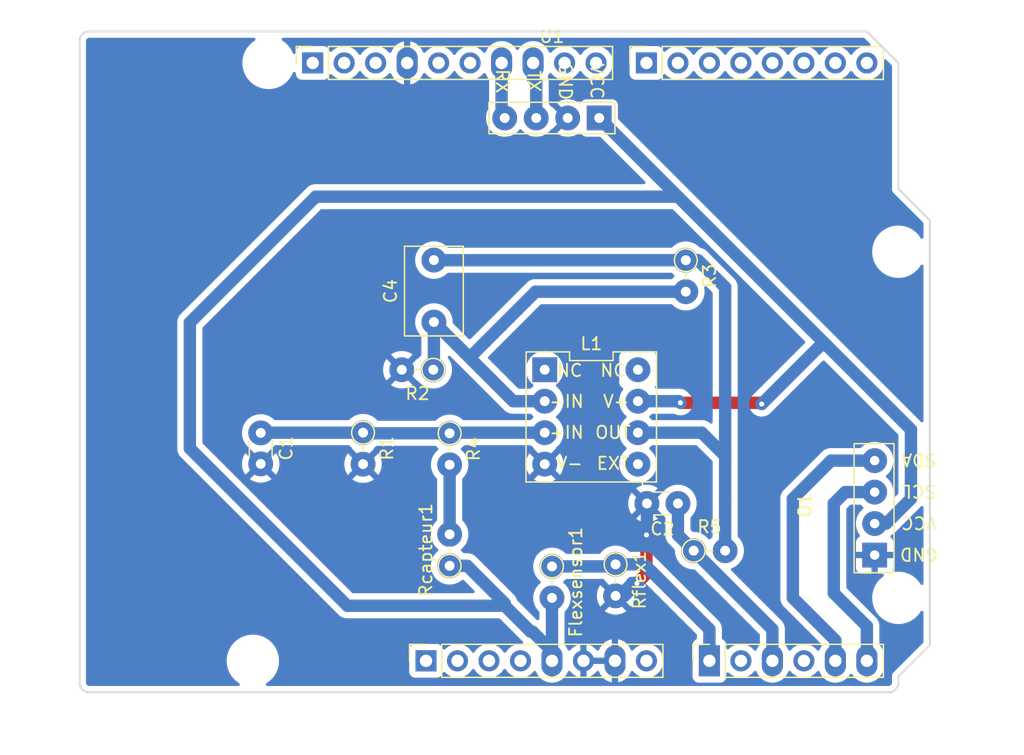
<source format=kicad_pcb>
(kicad_pcb (version 20211014) (generator pcbnew)
  (title_block (date "mar. 31 mars 2015"))
  (layers (0 "F.Cu" signal) (31 "B.Cu" signal) (34 "B.Paste" user) (35 "F.Paste" user) (36 "B.SilkS" user "B.Silkscreen") (37 "F.SilkS" user "F.Silkscreen") (38 "B.Mask" user) (39 "F.Mask" user) (44 "Edge.Cuts" user))
  (net 0 "")
  (net 1 "GND")
  (net 3 "+5V")
  (net 4 "/IOREF")
  (net 5 "/A0")
  (net 6 "/A1")
  (net 7 "/A2")
  (net 8 "/A3")
  (net 9 "/13")
  (net 10 "/12")
  (net 11 "/AREF")
  (net 12 "/8")
  (net 13 "/7")
  (net 14 "RX")
  (net 15 "TX")
  (net 16 "/*9")
  (net 17 "/4")
  (net 18 "/2")
  (net 19 "/*6")
  (net 20 "/*5")
  (net 21 "/TX{slash}1")
  (net 22 "/*3")
  (net 23 "/RX{slash}0")
  (net 24 "+3V3")
  (net 25 "VCC")
  (net 26 "/~{RESET}")
  (net 27 "SDA")
  (net 28 "SCL")
  (net 29 "Net-(C1-Pad1)")
  (net 30 "/A5")
  (net 31 "Net-(C4-Pad1)")
  (net 32 "Net-(C4-Pad2)")
  (net 36 "Net-(R4-Pad2)")
  (net 37 "/A4")
  (footprint "Connector_PinSocket_2.54mm:PinSocket_1x08_P2.54mm_Vertical" (layer "F.Cu") (at 127.94 97.46 90)
    (fp_text reference "J1" hide)
    (fp_text value "Power")
    (fp_line (start -1.33 19.11) (end 1.33 19.11) (layer "F.SilkS") (width 0.12))
    (fp_line (start 1.33 1.27) (end 1.33 19.11) (layer "F.SilkS") (width 0.12))
    (fp_line (start -1.33 1.27) (end 1.33 1.27) (layer "F.SilkS") (width 0.12))
    (fp_line (start 0 -1.33) (end 1.33 -1.33) (layer "F.SilkS") (width 0.12))
    (fp_line (start 1.33 -1.33) (end 1.33 0) (layer "F.SilkS") (width 0.12))
    (fp_line (start -1.33 1.27) (end -1.33 19.11) (layer "F.SilkS") (width 0.12))
    (pad "1" thru_hole rect locked (at 0 0 90) (size 1.7 1.7) (drill 1) (layers *.Cu *.Mask))
    (pad "2" thru_hole oval locked (at 0 2.54 90) (size 1.7 1.7) (drill 1) (layers *.Cu *.Mask) (net 4 "/IOREF"))
    (pad "3" thru_hole oval locked (at 0 5.08 90) (size 1.7 1.7) (drill 1) (layers *.Cu *.Mask) (net 26 "/~{RESET}"))
    (pad "4" thru_hole oval locked (at 0 7.62 90) (size 1.7 1.7) (drill 1) (layers *.Cu *.Mask) (net 24 "+3V3"))
    (pad "5" thru_hole oval locked (at 0 10.16 90) (size 2.5 1.7) (drill 1) (layers *.Cu *.Mask) (net 3 "+5V"))
    (pad "6" thru_hole oval locked (at 0 12.7 90) (size 1.7 1.7) (drill 1) (layers *.Cu *.Mask) (net 1 "GND"))
    (pad "7" thru_hole oval locked (at 0 15.24 90) (size 2.5 1.7) (drill 1) (layers *.Cu *.Mask) (net 1 "GND"))
    (pad "8" thru_hole oval locked (at 0 17.78 90) (size 1.7 1.7) (drill 1) (layers *.Cu *.Mask) (net 25 "VCC"))
  )
  (footprint "Connector_PinSocket_2.54mm:PinSocket_1x06_P2.54mm_Vertical" (layer "F.Cu") (at 150.8 97.46 90)
    (fp_text reference "J3" hide)
    (fp_text value "Analog")
    (fp_line (start 1.33 1.27) (end 1.33 14.03) (layer "F.SilkS") (width 0.12))
    (fp_line (start 0 -1.33) (end 1.33 -1.33) (layer "F.SilkS") (width 0.12))
    (fp_line (start -1.33 1.27) (end 1.33 1.27) (layer "F.SilkS") (width 0.12))
    (fp_line (start -1.33 1.27) (end -1.33 14.03) (layer "F.SilkS") (width 0.12))
    (fp_line (start -1.33 14.03) (end 1.33 14.03) (layer "F.SilkS") (width 0.12))
    (fp_line (start 1.33 -1.33) (end 1.33 0) (layer "F.SilkS") (width 0.12))
    (pad "1" thru_hole rect locked (at 0 0 90) (size 2.5 1.7) (drill 1) (layers *.Cu *.Mask) (net 5 "/A0"))
    (pad "2" thru_hole oval locked (at 0 2.54 90) (size 1.7 1.7) (drill 1) (layers *.Cu *.Mask) (net 6 "/A1"))
    (pad "3" thru_hole oval locked (at 0 5.08 90) (size 2.5 1.7) (drill 1) (layers *.Cu *.Mask) (net 7 "/A2"))
    (pad "4" thru_hole oval locked (at 0 7.62 90) (size 1.7 1.7) (drill 1) (layers *.Cu *.Mask) (net 8 "/A3"))
    (pad "5" thru_hole oval locked (at 0 10.16 90) (size 2.5 1.7) (drill 1) (layers *.Cu *.Mask) (net 27 "SDA"))
    (pad "6" thru_hole oval locked (at 0 12.7 90) (size 2.5 1.7) (drill 1) (layers *.Cu *.Mask) (net 28 "SCL"))
  )
  (footprint "Connector_PinSocket_2.54mm:PinSocket_1x10_P2.54mm_Vertical" (layer "F.Cu") (at 118.796 49.2 90)
    (fp_text reference "J2" hide)
    (fp_text value "Digital/PWM")
    (fp_line (start -1.33 24.19) (end 1.33 24.19) (layer "F.SilkS") (width 0.12))
    (fp_line (start -1.33 1.27) (end -1.33 24.19) (layer "F.SilkS") (width 0.12))
    (fp_line (start 1.33 -1.33) (end 1.33 0) (layer "F.SilkS") (width 0.12))
    (fp_line (start 0 -1.33) (end 1.33 -1.33) (layer "F.SilkS") (width 0.12))
    (fp_line (start 1.33 1.27) (end 1.33 24.19) (layer "F.SilkS") (width 0.12))
    (fp_line (start -1.33 1.27) (end 1.33 1.27) (layer "F.SilkS") (width 0.12))
    (pad "1" thru_hole rect locked (at 0 0 90) (size 1.7 1.7) (drill 1) (layers *.Cu *.Mask) (net 30 "/A5"))
    (pad "2" thru_hole oval locked (at 0 2.54 90) (size 1.7 1.7) (drill 1) (layers *.Cu *.Mask) (net 37 "/A4"))
    (pad "3" thru_hole oval locked (at 0 5.08 90) (size 1.7 1.7) (drill 1) (layers *.Cu *.Mask) (net 11 "/AREF"))
    (pad "4" thru_hole oval locked (at 0 7.62 90) (size 2.5 1.7) (drill 1) (layers *.Cu *.Mask) (net 1 "GND"))
    (pad "5" thru_hole oval locked (at 0 10.16 90) (size 1.7 1.7) (drill 1) (layers *.Cu *.Mask) (net 9 "/13"))
    (pad "6" thru_hole oval locked (at 0 12.7 90) (size 1.7 1.7) (drill 1) (layers *.Cu *.Mask) (net 10 "/12"))
    (pad "7" thru_hole oval locked (at 0 15.24 90) (size 2.5 1.7) (drill 1) (layers *.Cu *.Mask) (net 14 "RX"))
    (pad "8" thru_hole oval locked (at 0 17.78 90) (size 2.5 1.7) (drill 1) (layers *.Cu *.Mask) (net 15 "TX"))
    (pad "9" thru_hole oval locked (at 0 20.32 90) (size 1.7 1.7) (drill 1) (layers *.Cu *.Mask) (net 16 "/*9"))
    (pad "10" thru_hole oval locked (at 0 22.86 90) (size 1.7 1.7) (drill 1) (layers *.Cu *.Mask) (net 12 "/8"))
  )
  (footprint "Connector_PinSocket_2.54mm:PinSocket_1x08_P2.54mm_Vertical" (layer "F.Cu") (at 145.72 49.2 90)
    (fp_text reference "J4" hide)
    (fp_text value "Digital/PWM")
    (fp_line (start -1.33 19.11) (end 1.33 19.11) (layer "F.SilkS") (width 0.12))
    (fp_line (start -1.33 1.27) (end -1.33 19.11) (layer "F.SilkS") (width 0.12))
    (fp_line (start 0 -1.33) (end 1.33 -1.33) (layer "F.SilkS") (width 0.12))
    (fp_line (start -1.33 1.27) (end 1.33 1.27) (layer "F.SilkS") (width 0.12))
    (fp_line (start 1.33 -1.33) (end 1.33 0) (layer "F.SilkS") (width 0.12))
    (fp_line (start 1.33 1.27) (end 1.33 19.11) (layer "F.SilkS") (width 0.12))
    (pad "1" thru_hole rect locked (at 0 0 90) (size 1.7 1.7) (drill 1) (layers *.Cu *.Mask) (net 13 "/7"))
    (pad "2" thru_hole oval locked (at 0 2.54 90) (size 1.7 1.7) (drill 1) (layers *.Cu *.Mask) (net 19 "/*6"))
    (pad "3" thru_hole oval locked (at 0 5.08 90) (size 1.7 1.7) (drill 1) (layers *.Cu *.Mask) (net 20 "/*5"))
    (pad "4" thru_hole oval locked (at 0 7.62 90) (size 1.7 1.7) (drill 1) (layers *.Cu *.Mask) (net 17 "/4"))
    (pad "5" thru_hole oval locked (at 0 10.16 90) (size 1.7 1.7) (drill 1) (layers *.Cu *.Mask) (net 22 "/*3"))
    (pad "6" thru_hole oval locked (at 0 12.7 90) (size 1.7 1.7) (drill 1) (layers *.Cu *.Mask) (net 18 "/2"))
    (pad "7" thru_hole oval locked (at 0 15.24 90) (size 1.7 1.7) (drill 1) (layers *.Cu *.Mask) (net 21 "/TX{slash}1"))
    (pad "8" thru_hole oval locked (at 0 17.78 90) (size 1.7 1.7) (drill 1) (layers *.Cu *.Mask) (net 23 "/RX{slash}0"))
  )
  (footprint "Capacitor_THT:C_Disc_D3.0mm_W1.6mm_P2.50mm" (layer "F.Cu") (at 148.26 84.76 180)
    (fp_text reference "C2" (at 1.25 -2.05) (layer "F.SilkS"))
    (fp_text value "100n")
    (fp_line (start 0.621 0.92) (end 1.879 0.92) (layer "F.SilkS") (width 0.12))
    (fp_line (start 0.621 -0.92) (end 1.879 -0.92) (layer "F.SilkS") (width 0.12))
    (pad "1" thru_hole circle (at 0 0 180) (size 2 2) (drill 0.8) (layers *.Cu *.Mask) (net 7 "/A2"))
    (pad "2" thru_hole circle (at 2.5 0 180) (size 2 2) (drill 0.8) (layers *.Cu *.Mask) (net 1 "GND"))
  )
  (footprint "Resistor_THT:R_Axial_DIN0204_L3.6mm_D1.6mm_P2.54mm_Vertical" (layer "F.Cu") (at 128.525 73.965 180)
    (fp_text reference "R2" (at 1.27 -1.92) (layer "F.SilkS"))
    (fp_text value "1k")
    (fp_line (start 0.92 0) (end 1.54 0) (layer "F.SilkS") (width 0.12))
    (fp_circle (center 0 0) (end 0.92 0) (layer "F.SilkS") (width 0.12) (fill none))
    (pad "1" thru_hole circle (at 0 0 180) (size 2 2) (drill 0.8) (layers *.Cu *.Mask) (net 31 "Net-(C4-Pad1)"))
    (pad "2" thru_hole circle (at 2.54 0 180) (size 2 2) (drill 0.8) (layers *.Cu *.Mask) (net 1 "GND"))
  )
  (footprint "Resistor_THT:R_Axial_DIN0204_L3.6mm_D1.6mm_P2.54mm_Vertical" (layer "F.Cu") (at 129.845 89.79 90)
    (fp_text reference "Rcapteur1" (at 1.27 -1.92 90) (layer "F.SilkS"))
    (fp_text value "R")
    (fp_line (start 0.92 0) (end 1.54 0) (layer "F.SilkS") (width 0.12))
    (fp_circle (center 0 0) (end 0.92 0) (layer "F.SilkS") (width 0.12) (fill none))
    (pad "1" thru_hole circle (at 0 0 90) (size 2 2) (drill 0.8) (layers *.Cu *.Mask) (net 3 "+5V"))
    (pad "2" thru_hole circle (at 2.54 0 90) (size 2 2) (drill 0.8) (layers *.Cu *.Mask) (net 36 "Net-(R4-Pad2)"))
  )
  (footprint "Resistor_THT:R_Axial_DIN0204_L3.6mm_D1.6mm_P2.54mm_Vertical" (layer "F.Cu") (at 129.845 79.095 -90)
    (fp_text reference "R4" (at 1.27 -1.92 90) (layer "F.SilkS"))
    (fp_text value "10k")
    (fp_line (start 0.92 0) (end 1.54 0) (layer "F.SilkS") (width 0.12))
    (fp_circle (center 0 0) (end 0.92 0) (layer "F.SilkS") (width 0.12) (fill none))
    (pad "1" thru_hole circle (at 0 0 270) (size 2 2) (drill 0.8) (layers *.Cu *.Mask) (net 29 "Net-(C1-Pad1)"))
    (pad "2" thru_hole circle (at 2.54 0 270) (size 2 2) (drill 0.8) (layers *.Cu *.Mask) (net 36 "Net-(R4-Pad2)"))
  )
  (footprint "Resistor_THT:R_Axial_DIN0204_L3.6mm_D1.6mm_P2.54mm_Vertical" (layer "F.Cu") (at 149.53 88.57)
    (fp_text reference "R5" (at 1.27 -1.92) (layer "F.SilkS"))
    (fp_text value "1k")
    (fp_line (start 0.92 0) (end 1.54 0) (layer "F.SilkS") (width 0.12))
    (fp_circle (center 0 0) (end 0.92 0) (layer "F.SilkS") (width 0.12) (fill none))
    (pad "1" thru_hole circle (at 0 0) (size 2 2) (drill 0.8) (layers *.Cu *.Mask) (net 7 "/A2"))
    (pad "2" thru_hole circle (at 2.54 0) (size 2 2) (drill 0.8) (layers *.Cu *.Mask) (net 32 "Net-(C4-Pad2)"))
  )
  (footprint "Capacitor_THT:C_Rect_L7.0mm_W4.5mm_P5.00mm" (layer "F.Cu") (at 128.575 70.115 90)
    (fp_text reference "C4" (at 2.5 -3.5 90) (layer "F.SilkS"))
    (fp_text value "1µ")
    (fp_line (start 6.12 -2.37) (end 6.12 2.37) (layer "F.SilkS") (width 0.12))
    (fp_line (start -1.12 2.37) (end 6.12 2.37) (layer "F.SilkS") (width 0.12))
    (fp_line (start -1.12 -2.37) (end 6.12 -2.37) (layer "F.SilkS") (width 0.12))
    (fp_line (start -1.12 -2.37) (end -1.12 2.37) (layer "F.SilkS") (width 0.12))
    (pad "1" thru_hole circle (at 0 0 90) (size 2 2) (drill 0.8) (layers *.Cu *.Mask) (net 31 "Net-(C4-Pad1)"))
    (pad "2" thru_hole circle (at 5 0 90) (size 2 2) (drill 0.8) (layers *.Cu *.Mask) (net 32 "Net-(C4-Pad2)"))
  )
  (footprint "Library:Bluetooth" (layer "F.Cu") (at 138.1 51.105 180)
    (fp_text reference "U1" (at 0 4.04 unlocked) (layer "F.SilkS"))
    (fp_text value "Bluetooth")
    (fp_text user "VCC" (at -3.62 0.43 270 unlocked) (layer "F.SilkS"))
    (fp_text user "RX" (at 4 0.43 270 unlocked) (layer "F.SilkS"))
    (fp_text user "TX" (at 1.46 0.43 270 unlocked) (layer "F.SilkS"))
    (fp_text user "GND" (at -1.08 0.43 270 unlocked) (layer "F.SilkS"))
    (fp_rect (start -5.08 -3.81) (end 5.08 -1.27) (layer "F.SilkS") (width 0.12) (fill none))
    (pad "1" thru_hole rect (at -3.81 -2.54 180) (size 2 2) (drill 0.8) (layers *.Cu *.Mask) (net 3 "+5V"))
    (pad "2" thru_hole circle (at -1.27 -2.54 180) (size 2 2) (drill 0.8) (layers *.Cu *.Mask) (net 1 "GND"))
    (pad "3" thru_hole circle (at 1.27 -2.54 180) (size 2 2) (drill 0.8) (layers *.Cu *.Mask) (net 15 "TX"))
    (pad "4" thru_hole circle (at 3.81 -2.54 180) (size 2 2) (drill 0.8) (layers *.Cu *.Mask) (net 14 "RX"))
  )
  (footprint "Resistor_THT:R_Axial_DIN0204_L3.6mm_D1.6mm_P2.54mm_Vertical" (layer "F.Cu") (at 138.1 89.84 -90)
    (fp_text reference "Flexsensor1" (at 1.27 -1.92 90) (layer "F.SilkS"))
    (fp_text value "R")
    (fp_line (start 0.92 0) (end 1.54 0) (layer "F.SilkS") (width 0.12))
    (fp_circle (center 0 0) (end 0.92 0) (layer "F.SilkS") (width 0.12) (fill none))
    (pad "1" thru_hole circle (at 0 0 270) (size 2 2) (drill 0.8) (layers *.Cu *.Mask) (net 5 "/A0"))
    (pad "2" thru_hole circle (at 2.54 0 270) (size 2 2) (drill 0.8) (layers *.Cu *.Mask) (net 3 "+5V"))
  )
  (footprint "Arduino_MountingHole:MountingHole_3.2mm" (layer "F.Cu") (at 115.24 49.2)
    (fp_text reference "MH1" hide)
    (fp_text value "MountingHole_3.2mm" hide)
    (pad "" np_thru_hole circle locked (at 0 0) (size 3.2 3.2) (drill 3.2) (layers *.Cu *.Mask))
  )
  (footprint "Resistor_THT:R_Axial_DIN0204_L3.6mm_D1.6mm_P2.54mm_Vertical" (layer "F.Cu") (at 143.2308 89.6743 -90)
    (fp_text reference "Rflex1" (at 1.27 -1.92 90) (layer "F.SilkS"))
    (fp_text value "R")
    (fp_line (start 0.92 0) (end 1.54 0) (layer "F.SilkS") (width 0.12))
    (fp_circle (center 0 0) (end 0.92 0) (layer "F.SilkS") (width 0.12) (fill none))
    (pad "1" thru_hole circle (at 0 0 270) (size 2 2) (drill 0.8) (layers *.Cu *.Mask) (net 5 "/A0"))
    (pad "2" thru_hole circle (at 2.54 0 270) (size 2 2) (drill 0.8) (layers *.Cu *.Mask) (net 1 "GND"))
  )
  (footprint "Resistor_THT:R_Axial_DIN0204_L3.6mm_D1.6mm_P2.54mm_Vertical" (layer "F.Cu") (at 148.895 65.125 -90)
    (fp_text reference "R3" (at 1.27 -1.92 90) (layer "F.SilkS"))
    (fp_text value "100k")
    (fp_line (start 0.92 0) (end 1.54 0) (layer "F.SilkS") (width 0.12))
    (fp_circle (center 0 0) (end 0.92 0) (layer "F.SilkS") (width 0.12) (fill none))
    (pad "1" thru_hole circle (at 0 0 270) (size 2 2) (drill 0.8) (layers *.Cu *.Mask) (net 32 "Net-(C4-Pad2)"))
    (pad "2" thru_hole circle (at 2.54 0 270) (size 2 2) (drill 0.8) (layers *.Cu *.Mask) (net 31 "Net-(C4-Pad1)"))
  )
  (footprint "Capacitor_THT:C_Disc_D3.0mm_W1.6mm_P2.50mm" (layer "F.Cu") (at 114.605 79.065 -90)
    (fp_text reference "C1" (at 1.25 -2.05 90) (layer "F.SilkS"))
    (fp_text value "100n")
    (fp_line (start 0.621 -0.92) (end 1.879 -0.92) (layer "F.SilkS") (width 0.12))
    (fp_line (start 0.621 0.92) (end 1.879 0.92) (layer "F.SilkS") (width 0.12))
    (pad "1" thru_hole circle (at 0 0 270) (size 2 2) (drill 0.8) (layers *.Cu *.Mask) (net 29 "Net-(C1-Pad1)"))
    (pad "2" thru_hole circle (at 2.5 0 270) (size 2 2) (drill 0.8) (layers *.Cu *.Mask) (net 1 "GND"))
  )
  (footprint "Library:OLED" (layer "F.Cu") (at 166.119 84.921 90)
    (fp_text reference "O1" (at 0 -7.62 90 unlocked) (layer "F.SilkS"))
    (fp_text value "OLED")
    (fp_text user "GND" (at -3.93 1.58 180 unlocked) (layer "F.SilkS"))
    (fp_text user "VCC" (at -1.39 1.58 180 unlocked) (layer "F.SilkS"))
    (fp_text user "SCL" (at 1.15 1.58 180 unlocked) (layer "F.SilkS"))
    (fp_text user "SDA" (at 3.69 1.58 180 unlocked) (layer "F.SilkS"))
    (fp_rect (start -5.43 -3.65) (end 4.99 -0.43) (layer "F.SilkS") (width 0.12) (fill none))
    (pad "1" thru_hole rect (at -4 -1.99 90) (size 2 2) (drill 0.762) (layers *.Cu *.Mask) (net 1 "GND"))
    (pad "2" thru_hole circle (at -1.46 -1.99 90) (size 2 2) (drill 0.762) (layers *.Cu *.Mask) (net 3 "+5V"))
    (pad "3" thru_hole circle (at 1.08 -1.99 90) (size 2 2) (drill 0.762) (layers *.Cu *.Mask) (net 28 "SCL"))
    (pad "4" thru_hole circle (at 3.62 -1.99 90) (size 2 2) (drill 0.762) (layers *.Cu *.Mask) (net 27 "SDA"))
  )
  (footprint "Resistor_THT:R_Axial_DIN0204_L3.6mm_D1.6mm_P2.54mm_Vertical" (layer "F.Cu") (at 122.86 79.045 -90)
    (fp_text reference "R1" (at 1.27 -1.92 90) (layer "F.SilkS"))
    (fp_text value "100k")
    (fp_line (start 0.92 0) (end 1.54 0) (layer "F.SilkS") (width 0.12))
    (fp_circle (center 0 0) (end 0.92 0) (layer "F.SilkS") (width 0.12) (fill none))
    (pad "1" thru_hole circle (at 0 0 270) (size 2 2) (drill 0.8) (layers *.Cu *.Mask) (net 29 "Net-(C1-Pad1)"))
    (pad "2" thru_hole circle (at 2.54 0 270) (size 2 2) (drill 0.8) (layers *.Cu *.Mask) (net 1 "GND"))
  )
  (footprint "Arduino_MountingHole:MountingHole_3.2mm" (layer "F.Cu") (at 113.97 97.46)
    (fp_text reference "MH2" hide)
    (fp_text value "MountingHole_3.2mm" hide)
    (pad "" np_thru_hole circle locked (at 0 0) (size 3.2 3.2) (drill 3.2) (layers *.Cu *.Mask))
  )
  (footprint "Arduino_MountingHole:MountingHole_3.2mm" (layer "F.Cu") (at 166.04 64.44)
    (fp_text reference "MH3" hide)
    (fp_text value "MountingHole_3.2mm" hide)
    (pad "" np_thru_hole circle locked (at 0 0) (size 3.2 3.2) (drill 3.2) (layers *.Cu *.Mask))
  )
  (footprint "Arduino_MountingHole:MountingHole_3.2mm" (layer "F.Cu") (at 166.04 92.38)
    (fp_text reference "MH4" hide)
    (fp_text value "MountingHole_3.2mm" hide)
    (pad "" np_thru_hole circle locked (at 0 0) (size 3.2 3.2) (drill 3.2) (layers *.Cu *.Mask))
  )
  (footprint "Library:LTC1050" (layer "F.Cu") (at 141.275 77.775 -90)
    (fp_text reference "L1" (at -5.91 0) (layer "F.SilkS"))
    (fp_text value "LTC1050")
    (fp_text user "NC" (at -3.75 -1.75 unlocked) (layer "F.SilkS"))
    (fp_text user "V-" (at 3.75 1.75 unlocked) (layer "F.SilkS"))
    (fp_text user "EXT" (at 3.75 -1.75 unlocked) (layer "F.SilkS"))
    (fp_text user "OUT" (at 1.25 -1.75 unlocked) (layer "F.SilkS"))
    (fp_text user "+IN" (at 1.25 2 unlocked) (layer "F.SilkS"))
    (fp_text user "V+" (at -1.25 -2 unlocked) (layer "F.SilkS"))
    (fp_text user "-IN" (at -1.25 2 unlocked) (layer "F.SilkS"))
    (fp_text user "NC" (at -3.75 1.75 unlocked) (layer "F.SilkS"))
    (fp_line (start 5.25 5.27) (end 5.25 -5.25) (layer "F.SilkS") (width 0.12))
    (fp_line (start -5.25 -1.753333) (end -4.55 -1.753333) (layer "F.SilkS") (width 0.12))
    (fp_line (start -5.25 5.26) (end 5.25 5.27) (layer "F.SilkS") (width 0.12))
    (fp_line (start 5.25 -5.25) (end -5.25 -5.26) (layer "F.SilkS") (width 0.12))
    (fp_line (start -4.55 1.753333) (end -5.25 1.753333) (layer "F.SilkS") (width 0.12))
    (fp_line (start -5.25 1.753333) (end -5.25 5.26) (layer "F.SilkS") (width 0.12))
    (fp_line (start -5.25 -5.26) (end -5.25 -1.753333) (layer "F.SilkS") (width 0.12))
    (fp_line (start -4.55 -1.753333) (end -4.55 1.753333) (layer "F.SilkS") (width 0.12))
    (pad "1" thru_hole rect (at -3.81 3.76 270) (size 2 2) (drill 0.8) (layers *.Cu *.Mask))
    (pad "2" thru_hole circle (at -1.27 3.76 270) (size 2 2) (drill 0.8) (layers *.Cu *.Mask) (net 31 "Net-(C4-Pad1)"))
    (pad "3" thru_hole circle (at 1.27 3.76 270) (size 2 2) (drill 0.8) (layers *.Cu *.Mask) (net 29 "Net-(C1-Pad1)"))
    (pad "4" thru_hole circle (at 3.81 3.76 270) (size 2 2) (drill 0.8) (layers *.Cu *.Mask) (net 1 "GND"))
    (pad "5" thru_hole circle (at 3.81 -3.76 270) (size 2 2) (drill 0.8) (layers *.Cu *.Mask))
    (pad "6" thru_hole circle (at 1.27 -3.76 270) (size 2 2) (drill 0.8) (layers *.Cu *.Mask) (net 32 "Net-(C4-Pad2)"))
    (pad "7" thru_hole circle (at -1.27 -3.76 270) (size 2 2) (drill 0.8) (layers *.Cu *.Mask) (net 3 "+5V"))
    (pad "8" thru_hole circle (at -3.81 -3.76 270) (size 2 2) (drill 0.8) (layers *.Cu *.Mask))
  )
  (gr_line (start 166.04 59.36) (end 168.58 61.9) (layer "Edge.Cuts") (width 0.15))
  (gr_line (start 100 99.238) (end 100 47.422) (layer "Edge.Cuts") (width 0.15))
  (gr_line (start 168.58 61.9) (end 168.58 96.19) (layer "Edge.Cuts") (width 0.15))
  (gr_line (start 165.278 100) (end 100.762 100) (layer "Edge.Cuts") (width 0.15))
  (gr_line (start 100.762 46.66) (end 163.5 46.66) (layer "Edge.Cuts") (width 0.15))
  (gr_arc (start 100.762 100) (mid 100.223185 99.776815) (end 100 99.238) (layer "Edge.Cuts") (width 0.15))
  (gr_line (start 168.58 96.19) (end 166.04 98.73) (layer "Edge.Cuts") (width 0.15))
  (gr_line (start 163.5 46.66) (end 166.04 49.2) (layer "Edge.Cuts") (width 0.15))
  (gr_arc (start 166.04 99.238) (mid 165.816815 99.776815) (end 165.278 100) (layer "Edge.Cuts") (width 0.15))
  (gr_line (start 166.04 49.2) (end 166.04 59.36) (layer "Edge.Cuts") (width 0.15))
  (gr_line (start 166.04 98.73) (end 166.04 99.238) (layer "Edge.Cuts") (width 0.15))
  (gr_arc (start 100 47.422) (mid 100.223185 46.883185) (end 100.762 46.66) (layer "Edge.Cuts") (width 0.15))
  (segment (start 145.72 87.3) (end 145.72 90.44) (width 1) (layer "F.Cu") (net 1))
  (segment (start 145.72 90.44) (end 144.951114 91.208886) (width 1) (layer "F.Cu") (net 1))
  (via (at 144.951114 91.208886) (size 0.6) (drill 0.4) (layers "F.Cu" "B.Cu") (net 1))
  (via (at 145.72 87.3) (size 0.6) (drill 0.4) (layers "F.Cu" "B.Cu") (net 1))
  (segment (start 145.76 84.76) (end 145.76 87.26) (width 1) (layer "B.Cu") (net 1))
  (segment (start 145.76 87.26) (end 145.72 87.3) (width 1) (layer "B.Cu") (net 1))
  (segment (start 144.951114 91.208886) (end 143.9457 92.2143) (width 1) (layer "B.Cu") (net 1))
  (segment (start 143.9457 92.2143) (end 143.2308 92.2143) (width 1) (layer "B.Cu") (net 1))
  (segment (start 143.2308 97.4092) (end 143.18 97.46) (width 1) (layer "B.Cu") (net 1))
  (segment (start 148.4632 76.632) (end 154.9148 76.632) (width 1) (layer "F.Cu") (net 3))
  (segment (start 154.9148 76.632) (end 155.0164 76.7336) (width 1) (layer "F.Cu") (net 3))
  (via (at 155.0164 76.7336) (size 0.6) (drill 0.4) (layers "F.Cu" "B.Cu") (net 3))
  (via (at 148.4632 76.632) (size 0.6) (drill 0.4) (layers "F.Cu" "B.Cu") (net 3))
  (segment (start 108.89 70.155) (end 108.89 80.315) (width 1) (layer "B.Cu") (net 3))
  (segment (start 165.054 86.381) (end 167.056 84.379) (width 1) (layer "B.Cu") (net 3))
  (segment (start 129.845 89.79) (end 131.259213 89.79) (width 1) (layer "B.Cu") (net 3))
  (segment (start 108.89 80.315) (end 121.59 93.015) (width 1) (layer "B.Cu") (net 3))
  (segment (start 138.1 96.676598) (end 138.1 97.46) (width 1) (layer "B.Cu") (net 3))
  (segment (start 134.29 92.820787) (end 134.29 93.015) (width 1) (layer "B.Cu") (net 3))
  (segment (start 136.385 95.11) (end 136.533402 95.11) (width 1) (layer "B.Cu") (net 3))
  (segment (start 131.259213 89.79) (end 134.29 92.820787) (width 1) (layer "B.Cu") (net 3))
  (segment (start 148.26 59.995) (end 119.05 59.995) (width 1) (layer "B.Cu") (net 3))
  (segment (start 138.1 92.38) (end 138.1 97.46) (width 1) (layer "B.Cu") (net 3))
  (segment (start 136.533402 95.11) (end 138.1 96.676598) (width 1) (layer "B.Cu") (net 3))
  (segment (start 167.056 78.791) (end 160.2615 71.9965) (width 1) (layer "B.Cu") (net 3))
  (segment (start 167.056 84.379) (end 167.056 78.791) (width 1) (layer "B.Cu") (net 3))
  (segment (start 121.59 93.015) (end 134.29 93.015) (width 1) (layer "B.Cu") (net 3))
  (segment (start 134.29 93.015) (end 136.385 95.11) (width 1) (layer "B.Cu") (net 3))
  (segment (start 159.7535 71.9965) (end 160.2615 71.9965) (width 1) (layer "B.Cu") (net 3))
  (segment (start 164.129 86.381) (end 165.054 86.381) (width 1) (layer "B.Cu") (net 3))
  (segment (start 119.05 59.995) (end 108.89 70.155) (width 1) (layer "B.Cu") (net 3))
  (segment (start 145.035 76.505) (end 148.3362 76.505) (width 1) (layer "B.Cu") (net 3))
  (segment (start 148.3362 76.505) (end 148.4632 76.632) (width 1) (layer "B.Cu") (net 3))
  (segment (start 160.2615 71.9965) (end 148.26 59.995) (width 1) (layer "B.Cu") (net 3))
  (segment (start 155.0164 76.7336) (end 159.7535 71.9965) (width 1) (layer "B.Cu") (net 3))
  (segment (start 148.26 59.995) (end 141.91 53.645) (width 1) (layer "B.Cu") (net 3))
  (segment (start 150.8 94.92) (end 150.8 97.46) (width 1) (layer "B.Cu") (net 5))
  (segment (start 143.2308 89.6743) (end 145.5543 89.6743) (width 1) (layer "B.Cu") (net 5))
  (segment (start 145.5543 89.6743) (end 150.8 94.92) (width 1) (layer "B.Cu") (net 5))
  (segment (start 143.0651 89.84) (end 143.2308 89.6743) (width 1) (layer "B.Cu") (net 5))
  (segment (start 138.1 89.84) (end 143.0651 89.84) (width 1) (layer "B.Cu") (net 5))
  (segment (start 148.26 84.76) (end 148.26 87.3) (width 1) (layer "B.Cu") (net 7))
  (segment (start 149.53 88.57) (end 155.88 94.92) (width 1) (layer "B.Cu") (net 7))
  (segment (start 155.88 94.92) (end 155.88 97.46) (width 1) (layer "B.Cu") (net 7))
  (segment (start 148.26 87.3) (end 149.53 88.57) (width 1) (layer "B.Cu") (net 7))
  (segment (start 134.036 49.2) (end 134.036 53.391) (width 1) (layer "B.Cu") (net 14))
  (segment (start 134.036 53.391) (end 134.29 53.645) (width 1) (layer "B.Cu") (net 14))
  (segment (start 136.576 49.2) (end 136.576 50.500418) (width 1) (layer "B.Cu") (net 15))
  (segment (start 136.83 50.754418) (end 136.83 53.645) (width 1) (layer "B.Cu") (net 15))
  (segment (start 136.576 50.500418) (end 136.83 50.754418) (width 1) (layer "B.Cu") (net 15))
  (segment (start 161.15 97.27) (end 160.96 97.46) (width 1) (layer "B.Cu") (net 27))
  (segment (start 157.531 92.38) (end 160.96 95.809) (width 1) (layer "B.Cu") (net 27))
  (segment (start 160.96 95.809) (end 160.96 97.46) (width 1) (layer "B.Cu") (net 27))
  (segment (start 164.129 81.301) (end 160.609 81.301) (width 1) (layer "B.Cu") (net 27))
  (segment (start 160.609 81.301) (end 157.531 84.379) (width 1) (layer "B.Cu") (net 27))
  (segment (start 157.531 84.379) (end 157.531 92.38) (width 1) (layer "B.Cu") (net 27))
  (segment (start 163.5 94.666) (end 163.5 97.46) (width 1) (layer "B.Cu") (net 28))
  (segment (start 160.833 91.999) (end 163.5 94.666) (width 1) (layer "B.Cu") (net 28))
  (segment (start 164.129 83.841) (end 161.752 83.841) (width 1) (layer "B.Cu") (net 28))
  (segment (start 161.752 83.841) (end 160.833 84.76) (width 1) (layer "B.Cu") (net 28))
  (segment (start 160.833 84.76) (end 160.833 91.999) (width 1) (layer "B.Cu") (net 28))
  (segment (start 114.625 79.045) (end 114.605 79.065) (width 1) (layer "B.Cu") (net 29))
  (segment (start 122.86 79.045) (end 114.625 79.045) (width 1) (layer "B.Cu") (net 29))
  (segment (start 137.515 79.045) (end 129.895 79.045) (width 1) (layer "B.Cu") (net 29))
  (segment (start 129.895 79.045) (end 129.845 79.095) (width 1) (layer "B.Cu") (net 29))
  (segment (start 129.845 79.095) (end 122.91 79.095) (width 1) (layer "B.Cu") (net 29))
  (segment (start 122.91 79.095) (end 122.86 79.045) (width 1) (layer "B.Cu") (net 29))
  (segment (start 148.895 67.665) (end 136.78 67.665) (width 1) (layer "B.Cu") (net 31))
  (segment (start 128.575 70.115) (end 128.575 73.915) (width 1) (layer "B.Cu") (net 31))
  (segment (start 131.4525 72.9925) (end 134.965 76.505) (width 1) (layer "B.Cu") (net 31))
  (segment (start 128.575 70.115) (end 131.4525 72.9925) (width 1) (layer "B.Cu") (net 31))
  (segment (start 136.78 67.665) (end 131.4525 72.9925) (width 1) (layer "B.Cu") (net 31))
  (segment (start 128.575 73.915) (end 128.525 73.965) (width 1) (layer "B.Cu") (net 31))
  (segment (start 134.965 76.505) (end 137.515 76.505) (width 1) (layer "B.Cu") (net 31))
  (segment (start 150.185 79.045) (end 152.07 80.93) (width 1) (layer "B.Cu") (net 32))
  (segment (start 152.07 67.310051) (end 152.07 80.93) (width 1) (layer "B.Cu") (net 32))
  (segment (start 149.884949 65.125) (end 152.07 67.310051) (width 1) (layer "B.Cu") (net 32))
  (segment (start 148.895 65.125) (end 128.585 65.125) (width 1) (layer "B.Cu") (net 32))
  (segment (start 148.895 65.125) (end 149.884949 65.125) (width 1) (layer "B.Cu") (net 32))
  (segment (start 128.585 65.125) (end 128.575 65.115) (width 1) (layer "B.Cu") (net 32))
  (segment (start 152.07 84.665787) (end 152.07 88.57) (width 1) (layer "B.Cu") (net 32))
  (segment (start 152.07 80.93) (end 152.07 84.665787) (width 1) (layer "B.Cu") (net 32))
  (segment (start 145.035 79.045) (end 150.185 79.045) (width 1) (layer "B.Cu") (net 32))
  (segment (start 129.845 81.635) (end 129.845 87.25) (width 1) (layer "B.Cu") (net 36))
  (zone (net 1) (net_name "GND") (layer "B.Cu") (connect_pads (clearance 0.508)) (min_thickness 0.254) (fill yes (thermal_gap 0.508) (thermal_bridge_width 0.508))
    (polygon (pts (xy 176.2 105.08) (xy 94.92 105.08) (xy 94.92 44.12) (xy 176.2 44.12)))
  )
)
</source>
